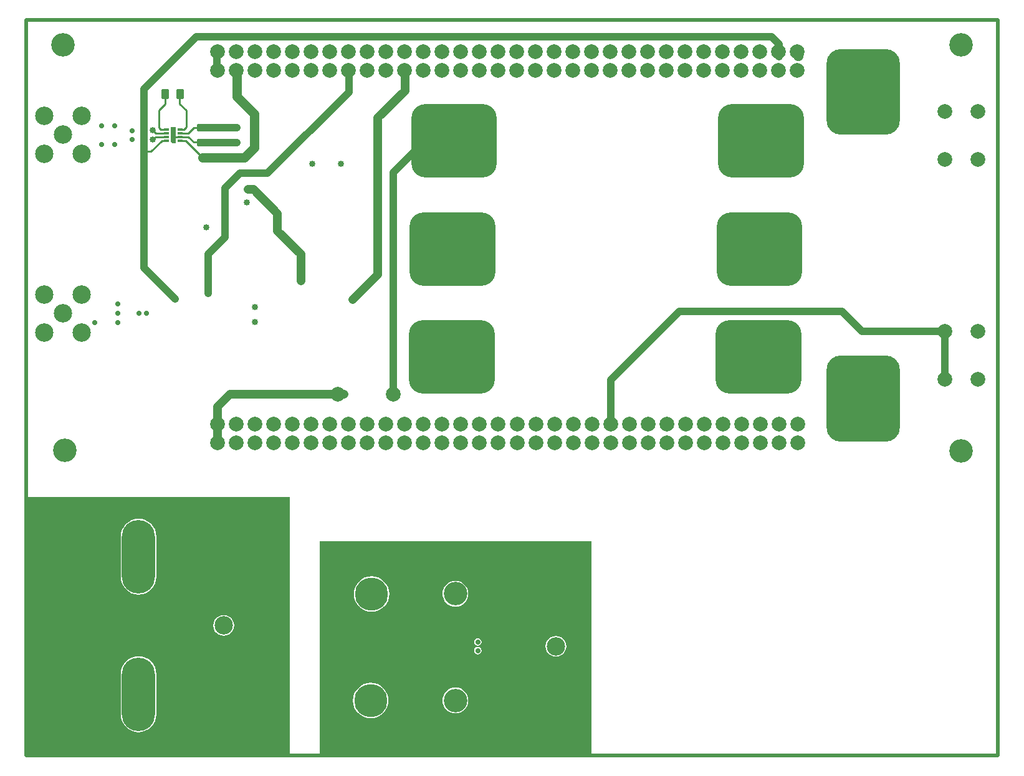
<source format=gbl>
G04*
G04 #@! TF.GenerationSoftware,Altium Limited,Altium Designer,19.0.10 (269)*
G04*
G04 Layer_Physical_Order=4*
G04 Layer_Color=16711680*
%FSLAX44Y44*%
%MOMM*%
G71*
G01*
G75*
%ADD10C,0.2540*%
%ADD14C,0.5080*%
G04:AMPARAMS|DCode=17|XSize=1.1mm|YSize=1.35mm|CornerRadius=0.1375mm|HoleSize=0mm|Usage=FLASHONLY|Rotation=90.000|XOffset=0mm|YOffset=0mm|HoleType=Round|Shape=RoundedRectangle|*
%AMROUNDEDRECTD17*
21,1,1.1000,1.0750,0,0,90.0*
21,1,0.8250,1.3500,0,0,90.0*
1,1,0.2750,0.5375,0.4125*
1,1,0.2750,0.5375,-0.4125*
1,1,0.2750,-0.5375,-0.4125*
1,1,0.2750,-0.5375,0.4125*
%
%ADD17ROUNDEDRECTD17*%
G04:AMPARAMS|DCode=21|XSize=1.1mm|YSize=1.35mm|CornerRadius=0.1375mm|HoleSize=0mm|Usage=FLASHONLY|Rotation=0.000|XOffset=0mm|YOffset=0mm|HoleType=Round|Shape=RoundedRectangle|*
%AMROUNDEDRECTD21*
21,1,1.1000,1.0750,0,0,0.0*
21,1,0.8250,1.3500,0,0,0.0*
1,1,0.2750,0.4125,-0.5375*
1,1,0.2750,-0.4125,-0.5375*
1,1,0.2750,-0.4125,0.5375*
1,1,0.2750,0.4125,0.5375*
%
%ADD21ROUNDEDRECTD21*%
G04:AMPARAMS|DCode=24|XSize=2mm|YSize=0.6mm|CornerRadius=0.225mm|HoleSize=0mm|Usage=FLASHONLY|Rotation=270.000|XOffset=0mm|YOffset=0mm|HoleType=Round|Shape=RoundedRectangle|*
%AMROUNDEDRECTD24*
21,1,2.0000,0.1500,0,0,270.0*
21,1,1.5500,0.6000,0,0,270.0*
1,1,0.4500,-0.0750,-0.7750*
1,1,0.4500,-0.0750,0.7750*
1,1,0.4500,0.0750,0.7750*
1,1,0.4500,0.0750,-0.7750*
%
%ADD24ROUNDEDRECTD24*%
G04:AMPARAMS|DCode=25|XSize=0.75mm|YSize=0.3mm|CornerRadius=0.075mm|HoleSize=0mm|Usage=FLASHONLY|Rotation=180.000|XOffset=0mm|YOffset=0mm|HoleType=Round|Shape=RoundedRectangle|*
%AMROUNDEDRECTD25*
21,1,0.7500,0.1500,0,0,180.0*
21,1,0.6000,0.3000,0,0,180.0*
1,1,0.1500,-0.3000,0.0750*
1,1,0.1500,0.3000,0.0750*
1,1,0.1500,0.3000,-0.0750*
1,1,0.1500,-0.3000,-0.0750*
%
%ADD25ROUNDEDRECTD25*%
%ADD26O,4.5000X10.0000*%
%ADD27C,3.2000*%
%ADD28C,2.5000*%
%ADD29C,2.0000*%
G04:AMPARAMS|DCode=30|XSize=8mm|YSize=10mm|CornerRadius=2mm|HoleSize=0mm|Usage=FLASHONLY|Rotation=180.000|XOffset=0mm|YOffset=0mm|HoleType=Round|Shape=RoundedRectangle|*
%AMROUNDEDRECTD30*
21,1,8.0000,6.0000,0,0,180.0*
21,1,4.0000,10.0000,0,0,180.0*
1,1,4.0000,-2.0000,3.0000*
1,1,4.0000,2.0000,3.0000*
1,1,4.0000,2.0000,-3.0000*
1,1,4.0000,-2.0000,-3.0000*
%
%ADD30ROUNDEDRECTD30*%
G04:AMPARAMS|DCode=31|XSize=8mm|YSize=10mm|CornerRadius=2mm|HoleSize=0mm|Usage=FLASHONLY|Rotation=90.000|XOffset=0mm|YOffset=0mm|HoleType=Round|Shape=RoundedRectangle|*
%AMROUNDEDRECTD31*
21,1,8.0000,6.0000,0,0,90.0*
21,1,4.0000,10.0000,0,0,90.0*
1,1,4.0000,3.0000,2.0000*
1,1,4.0000,3.0000,-2.0000*
1,1,4.0000,-3.0000,-2.0000*
1,1,4.0000,-3.0000,2.0000*
%
%ADD31ROUNDEDRECTD31*%
%ADD32C,4.5000*%
%ADD33C,0.8000*%
%ADD34C,0.7000*%
%ADD35C,0.8500*%
%ADD36C,1.0160*%
%ADD37C,0.7620*%
%ADD38C,1.1430*%
%ADD82C,1.2700*%
G36*
X767406Y-997132D02*
X398814D01*
Y-864366D01*
Y-708440D01*
X767406Y-708440D01*
Y-997132D01*
D02*
G37*
G36*
X358000Y-997451D02*
X2549D01*
Y-648000D01*
X358000D01*
Y-997451D01*
D02*
G37*
G36*
X203001Y-145768D02*
X203000Y-166768D01*
X202500Y-167268D01*
X198500D01*
X196000Y-164768D01*
X196000Y-145768D01*
X196500Y-145268D01*
X202500Y-145268D01*
X203001Y-145768D01*
D02*
G37*
%LPC*%
G36*
X582999Y-762372D02*
X579569Y-762710D01*
X576270Y-763711D01*
X573230Y-765336D01*
X570565Y-767523D01*
X568378Y-770187D01*
X566753Y-773227D01*
X565752Y-776526D01*
X565415Y-779957D01*
X565752Y-783387D01*
X566753Y-786686D01*
X568378Y-789726D01*
X570565Y-792391D01*
X573230Y-794578D01*
X576270Y-796203D01*
X579569Y-797204D01*
X582999Y-797542D01*
X586430Y-797204D01*
X589729Y-796203D01*
X592769Y-794578D01*
X595433Y-792391D01*
X597620Y-789726D01*
X599245Y-786686D01*
X600246Y-783387D01*
X600584Y-779957D01*
X600246Y-776526D01*
X599245Y-773227D01*
X597620Y-770187D01*
X595433Y-767523D01*
X592769Y-765336D01*
X589729Y-763711D01*
X586430Y-762710D01*
X582999Y-762372D01*
D02*
G37*
G36*
X469150Y-756130D02*
X464445Y-756593D01*
X459921Y-757966D01*
X455752Y-760194D01*
X452097Y-763193D01*
X449098Y-766848D01*
X446870Y-771017D01*
X445497Y-775541D01*
X445034Y-780246D01*
X445497Y-784951D01*
X446870Y-789475D01*
X449098Y-793644D01*
X452097Y-797299D01*
X455752Y-800298D01*
X459921Y-802526D01*
X464445Y-803899D01*
X469150Y-804362D01*
X473855Y-803899D01*
X478379Y-802526D01*
X482548Y-800298D01*
X486203Y-797299D01*
X489202Y-793644D01*
X491430Y-789475D01*
X492803Y-784951D01*
X493266Y-780246D01*
X492803Y-775541D01*
X491430Y-771017D01*
X489202Y-766848D01*
X486203Y-763193D01*
X482548Y-760194D01*
X478379Y-757966D01*
X473855Y-756593D01*
X469150Y-756130D01*
D02*
G37*
G36*
X613378Y-840418D02*
X611427Y-840806D01*
X609773Y-841911D01*
X608668Y-843565D01*
X608280Y-845516D01*
X608668Y-847467D01*
X609773Y-849121D01*
X611427Y-850226D01*
X613378Y-850614D01*
X615329Y-850226D01*
X616983Y-849121D01*
X618088Y-847467D01*
X618476Y-845516D01*
X618088Y-843565D01*
X616983Y-841911D01*
X615329Y-840806D01*
X613378Y-840418D01*
D02*
G37*
G36*
Y-852102D02*
X611427Y-852490D01*
X609773Y-853595D01*
X608668Y-855249D01*
X608280Y-857200D01*
X608668Y-859151D01*
X609773Y-860805D01*
X611427Y-861910D01*
X613378Y-862298D01*
X615329Y-861910D01*
X616983Y-860805D01*
X618088Y-859151D01*
X618476Y-857200D01*
X618088Y-855249D01*
X616983Y-853595D01*
X615329Y-852490D01*
X613378Y-852102D01*
D02*
G37*
G36*
X719430Y-837245D02*
X715775Y-837726D01*
X712370Y-839137D01*
X709445Y-841381D01*
X707201Y-844306D01*
X705790Y-847711D01*
X705309Y-851366D01*
X705790Y-855021D01*
X707201Y-858426D01*
X709445Y-861351D01*
X712370Y-863595D01*
X715775Y-865006D01*
X719430Y-865487D01*
X723085Y-865006D01*
X726490Y-863595D01*
X729415Y-861351D01*
X731659Y-858426D01*
X733070Y-855021D01*
X733551Y-851366D01*
X733070Y-847711D01*
X731659Y-844306D01*
X729415Y-841381D01*
X726490Y-839137D01*
X723085Y-837726D01*
X719430Y-837245D01*
D02*
G37*
G36*
X583000Y-907371D02*
X579569Y-907709D01*
X576271Y-908710D01*
X573231Y-910335D01*
X570566Y-912522D01*
X568379Y-915186D01*
X566754Y-918227D01*
X565753Y-921525D01*
X565415Y-924956D01*
X565753Y-928387D01*
X566754Y-931685D01*
X568379Y-934725D01*
X570566Y-937390D01*
X573231Y-939577D01*
X576271Y-941202D01*
X579569Y-942203D01*
X583000Y-942541D01*
X586431Y-942203D01*
X589729Y-941202D01*
X592770Y-939577D01*
X595434Y-937390D01*
X597621Y-934725D01*
X599246Y-931685D01*
X600247Y-928387D01*
X600585Y-924956D01*
X600247Y-921525D01*
X599246Y-918227D01*
X597621Y-915186D01*
X595434Y-912522D01*
X592770Y-910335D01*
X589729Y-908710D01*
X586431Y-907709D01*
X583000Y-907371D01*
D02*
G37*
G36*
X467880Y-900910D02*
X463175Y-901373D01*
X458651Y-902746D01*
X454482Y-904974D01*
X450827Y-907973D01*
X447828Y-911628D01*
X445600Y-915797D01*
X444227Y-920321D01*
X443764Y-925026D01*
X444227Y-929731D01*
X445600Y-934255D01*
X447828Y-938424D01*
X450827Y-942079D01*
X454482Y-945078D01*
X458651Y-947306D01*
X463175Y-948679D01*
X467880Y-949142D01*
X472585Y-948679D01*
X477109Y-947306D01*
X481278Y-945078D01*
X484933Y-942079D01*
X487932Y-938424D01*
X490160Y-934255D01*
X491533Y-929731D01*
X491996Y-925026D01*
X491533Y-920321D01*
X490160Y-915797D01*
X487932Y-911628D01*
X484933Y-907973D01*
X481278Y-904974D01*
X477109Y-902746D01*
X472585Y-901373D01*
X467880Y-900910D01*
D02*
G37*
G36*
X152610Y-677900D02*
X147905Y-678363D01*
X143381Y-679736D01*
X139212Y-681964D01*
X135557Y-684963D01*
X132558Y-688618D01*
X130330Y-692787D01*
X128957Y-697311D01*
X128494Y-702016D01*
Y-757016D01*
X128957Y-761721D01*
X130330Y-766245D01*
X132558Y-770414D01*
X135557Y-774069D01*
X139212Y-777068D01*
X143381Y-779296D01*
X147905Y-780669D01*
X152610Y-781132D01*
X157315Y-780669D01*
X161839Y-779296D01*
X166008Y-777068D01*
X169663Y-774069D01*
X172662Y-770414D01*
X174890Y-766245D01*
X176263Y-761721D01*
X176726Y-757016D01*
Y-702016D01*
X176263Y-697311D01*
X174890Y-692787D01*
X172662Y-688618D01*
X169663Y-684963D01*
X166008Y-681964D01*
X161839Y-679736D01*
X157315Y-678363D01*
X152610Y-677900D01*
D02*
G37*
G36*
X268226Y-808835D02*
X264571Y-809316D01*
X261166Y-810727D01*
X258241Y-812971D01*
X255997Y-815896D01*
X254586Y-819301D01*
X254105Y-822956D01*
X254586Y-826611D01*
X255997Y-830016D01*
X258241Y-832941D01*
X261166Y-835185D01*
X264571Y-836596D01*
X268226Y-837077D01*
X271881Y-836596D01*
X275286Y-835185D01*
X278211Y-832941D01*
X280455Y-830016D01*
X281866Y-826611D01*
X282347Y-822956D01*
X281866Y-819301D01*
X280455Y-815896D01*
X278211Y-812971D01*
X275286Y-810727D01*
X271881Y-809316D01*
X268226Y-808835D01*
D02*
G37*
G36*
X152610Y-864760D02*
X147905Y-865223D01*
X143381Y-866596D01*
X139212Y-868824D01*
X135557Y-871823D01*
X132558Y-875478D01*
X130330Y-879647D01*
X128957Y-884171D01*
X128494Y-888876D01*
Y-943876D01*
X128957Y-948581D01*
X130330Y-953105D01*
X132558Y-957274D01*
X135557Y-960929D01*
X139212Y-963928D01*
X143381Y-966156D01*
X147905Y-967529D01*
X152610Y-967992D01*
X157315Y-967529D01*
X161839Y-966156D01*
X166008Y-963928D01*
X169663Y-960929D01*
X172662Y-957274D01*
X174890Y-953105D01*
X176263Y-948581D01*
X176726Y-943876D01*
Y-888876D01*
X176263Y-884171D01*
X174890Y-879647D01*
X172662Y-875478D01*
X169663Y-871823D01*
X166008Y-868824D01*
X161839Y-866596D01*
X157315Y-865223D01*
X152610Y-864760D01*
D02*
G37*
%LPD*%
D10*
X216598Y-163768D02*
X239650Y-186820D01*
X209000Y-163768D02*
X216598D01*
X227500Y-166000D02*
X238500D01*
X209000Y-158732D02*
X220232D01*
X199499Y-156267D02*
X202000Y-158768D01*
X209000D01*
X160000Y-178500D02*
X169500D01*
X184232Y-163768D01*
X190000D01*
X227500Y-146500D02*
X238500D01*
X220232Y-153768D02*
X227500Y-146500D01*
X209000Y-153768D02*
X220232D01*
Y-158732D02*
X227500Y-166000D01*
X217500Y-145768D02*
Y-122768D01*
X214500Y-148768D02*
X217500Y-145768D01*
X209500Y-148768D02*
X214500D01*
X180000Y-146168D02*
Y-122368D01*
Y-146168D02*
X182600Y-148768D01*
X172000Y-150000D02*
X175768Y-153768D01*
X172000Y-150428D02*
Y-150000D01*
X175768Y-153768D02*
X190000D01*
X175768Y-158732D02*
X190000D01*
X172000Y-162500D02*
X175768Y-158732D01*
X182600Y-148768D02*
X187600D01*
X180000Y-122368D02*
X188500Y-113868D01*
X208500Y-113768D02*
Y-103768D01*
X188500Y-113868D02*
Y-103768D01*
X208500Y-113768D02*
X217500Y-122768D01*
D14*
X0Y-1000000D02*
X1320000D01*
Y0D01*
X0D02*
X1320000D01*
X0Y-1000000D02*
Y0D01*
D17*
X238500Y-166500D02*
D03*
Y-146500D02*
D03*
X267500Y-166500D02*
D03*
Y-146500D02*
D03*
D21*
X208700Y-100920D02*
D03*
X188700D02*
D03*
D24*
X199499Y-156267D02*
D03*
D25*
X209000Y-163768D02*
D03*
Y-158768D02*
D03*
Y-153768D02*
D03*
Y-148768D02*
D03*
X190000D02*
D03*
Y-153768D02*
D03*
Y-158768D02*
D03*
Y-163768D02*
D03*
D26*
X152610Y-729516D02*
D03*
Y-916376D02*
D03*
D27*
X583000Y-924956D02*
D03*
X582999Y-779957D02*
D03*
X1269999Y-34001D02*
D03*
X1270000Y-586001D02*
D03*
X52070Y-584710D02*
D03*
X49999Y-34001D02*
D03*
D28*
X75500Y-373500D02*
D03*
Y-424500D02*
D03*
X24500Y-373500D02*
D03*
Y-424500D02*
D03*
X50000Y-399000D02*
D03*
X75500Y-130500D02*
D03*
Y-181500D02*
D03*
X24500Y-130500D02*
D03*
Y-181500D02*
D03*
X50000Y-156000D02*
D03*
X293726Y-797456D02*
D03*
Y-848456D02*
D03*
X242726Y-797456D02*
D03*
Y-848456D02*
D03*
X268226Y-822956D02*
D03*
X744930Y-825866D02*
D03*
Y-876866D02*
D03*
X693930Y-825866D02*
D03*
Y-876866D02*
D03*
X719430Y-851366D02*
D03*
D29*
X1292500Y-124500D02*
D03*
X1247500D02*
D03*
X1292500Y-189500D02*
D03*
X1247500D02*
D03*
X1292500Y-423500D02*
D03*
X1247500D02*
D03*
X1292500Y-488500D02*
D03*
X1247500D02*
D03*
X498500Y-509000D02*
D03*
X423500D02*
D03*
X539399Y-549300D02*
D03*
X513999D02*
D03*
X564799D02*
D03*
X590199D02*
D03*
X640999D02*
D03*
X615599D02*
D03*
X463199Y-574700D02*
D03*
X488599D02*
D03*
X437799D02*
D03*
X412399D02*
D03*
X336199D02*
D03*
X361599D02*
D03*
X259999D02*
D03*
X285399Y-574700D02*
D03*
X310799Y-574700D02*
D03*
X386999D02*
D03*
X539399D02*
D03*
X513999D02*
D03*
X564799D02*
D03*
X590199D02*
D03*
X640999D02*
D03*
X615599D02*
D03*
X386999Y-549300D02*
D03*
X310799D02*
D03*
X285399Y-549300D02*
D03*
X259999Y-549300D02*
D03*
X361599D02*
D03*
X336199D02*
D03*
X412399D02*
D03*
X437799D02*
D03*
X488599D02*
D03*
X463199D02*
D03*
X539284Y-43300D02*
D03*
X513884D02*
D03*
X564684D02*
D03*
X590084D02*
D03*
X640884D02*
D03*
X615484D02*
D03*
X463084Y-68700D02*
D03*
X488484D02*
D03*
X437684D02*
D03*
X412284D02*
D03*
X336084D02*
D03*
X361484D02*
D03*
X259884D02*
D03*
X285284Y-68700D02*
D03*
X310684Y-68700D02*
D03*
X386884D02*
D03*
X539284D02*
D03*
X513884D02*
D03*
X564684D02*
D03*
X590084D02*
D03*
X640884D02*
D03*
X615484D02*
D03*
X386884Y-43300D02*
D03*
X310684D02*
D03*
X285284Y-43300D02*
D03*
X259884Y-43300D02*
D03*
X361484D02*
D03*
X336084D02*
D03*
X412284D02*
D03*
X437684D02*
D03*
X488484D02*
D03*
X463084D02*
D03*
X945684D02*
D03*
X920284D02*
D03*
X971084D02*
D03*
X996484D02*
D03*
X1047284D02*
D03*
X1021884D02*
D03*
X869484Y-68700D02*
D03*
X894884D02*
D03*
X844084D02*
D03*
X818684D02*
D03*
X742484D02*
D03*
X767884D02*
D03*
X666284D02*
D03*
X691684Y-68700D02*
D03*
X717084Y-68700D02*
D03*
X793284D02*
D03*
X945684D02*
D03*
X920284D02*
D03*
X971084D02*
D03*
X996484D02*
D03*
X1047284D02*
D03*
X1021884D02*
D03*
X793284Y-43300D02*
D03*
X717084D02*
D03*
X691684Y-43300D02*
D03*
X666284Y-43300D02*
D03*
X767884D02*
D03*
X742484D02*
D03*
X818684D02*
D03*
X844084D02*
D03*
X894884D02*
D03*
X869484D02*
D03*
X946149Y-549300D02*
D03*
X920749D02*
D03*
X971549D02*
D03*
X996949D02*
D03*
X1047749D02*
D03*
X1022349D02*
D03*
X869949Y-574700D02*
D03*
X895349D02*
D03*
X844549D02*
D03*
X819149D02*
D03*
X742949D02*
D03*
X768349D02*
D03*
X666749D02*
D03*
X692149Y-574700D02*
D03*
X717549Y-574700D02*
D03*
X793749D02*
D03*
X946149D02*
D03*
X920749D02*
D03*
X971549D02*
D03*
X996949D02*
D03*
X1047749D02*
D03*
X1022349D02*
D03*
X793749Y-549300D02*
D03*
X717549D02*
D03*
X692149Y-549300D02*
D03*
X666749Y-549300D02*
D03*
X768349D02*
D03*
X742949D02*
D03*
X819149D02*
D03*
X844549D02*
D03*
X895349D02*
D03*
X869949D02*
D03*
D30*
X599500Y-164000D02*
D03*
X562500D02*
D03*
X979500D02*
D03*
X1016500D02*
D03*
X1013500Y-458000D02*
D03*
X976500D02*
D03*
X559500D02*
D03*
X596500D02*
D03*
X560500Y-311000D02*
D03*
X597500D02*
D03*
X1014500D02*
D03*
X977500D02*
D03*
D31*
X1137000Y-533000D02*
D03*
Y-496000D02*
D03*
Y-79000D02*
D03*
Y-116000D02*
D03*
D32*
X469150Y-780246D02*
D03*
X467880Y-925026D02*
D03*
D33*
X71000Y-779000D02*
D03*
X608500Y-904000D02*
D03*
X271000Y-979000D02*
D03*
X671000D02*
D03*
X33500Y-704000D02*
D03*
X221000Y-929000D02*
D03*
X308500Y-904000D02*
D03*
X83500Y-954000D02*
D03*
X733500Y-804000D02*
D03*
X96000Y-979000D02*
D03*
X283500Y-704000D02*
D03*
X433500Y-854000D02*
D03*
X521000Y-979000D02*
D03*
X71000Y-729000D02*
D03*
X296000Y-779000D02*
D03*
X333500Y-904000D02*
D03*
X683500Y-754000D02*
D03*
X433500Y-904000D02*
D03*
X333500Y-854000D02*
D03*
X633500Y-804000D02*
D03*
X121000Y-679000D02*
D03*
X258500Y-954000D02*
D03*
X721000Y-979000D02*
D03*
X33500Y-754000D02*
D03*
X408500Y-904000D02*
D03*
X71000Y-929000D02*
D03*
X171000Y-779000D02*
D03*
X346000Y-929000D02*
D03*
X433500Y-804000D02*
D03*
X96000Y-929000D02*
D03*
X446000Y-979000D02*
D03*
X308500Y-704000D02*
D03*
X58500Y-804000D02*
D03*
X608500Y-954000D02*
D03*
X271000Y-779000D02*
D03*
X346000Y-879000D02*
D03*
X308500Y-954000D02*
D03*
X83500Y-854000D02*
D03*
X208500Y-904000D02*
D03*
X633500Y-954000D02*
D03*
X21000Y-779000D02*
D03*
X208500Y-754000D02*
D03*
X646000Y-929000D02*
D03*
X558500Y-954000D02*
D03*
X421000Y-879000D02*
D03*
X758500Y-804000D02*
D03*
Y-754000D02*
D03*
X146000Y-979000D02*
D03*
X171000D02*
D03*
X433500Y-954000D02*
D03*
X421000Y-929000D02*
D03*
X471000Y-979000D02*
D03*
X658500Y-954000D02*
D03*
X708500Y-904000D02*
D03*
X21000Y-979000D02*
D03*
X708500Y-754000D02*
D03*
X96000Y-829000D02*
D03*
X271000Y-879000D02*
D03*
X196000Y-679000D02*
D03*
X233500Y-954000D02*
D03*
X746000Y-929000D02*
D03*
X521000Y-729000D02*
D03*
X196000Y-979000D02*
D03*
X483500Y-954000D02*
D03*
X221000Y-979000D02*
D03*
X408500Y-854000D02*
D03*
X533500Y-904000D02*
D03*
X546000Y-779000D02*
D03*
X83500Y-754000D02*
D03*
X283500Y-904000D02*
D03*
X333500Y-804000D02*
D03*
X233500Y-904000D02*
D03*
X296000Y-829000D02*
D03*
X521000Y-779000D02*
D03*
X733500Y-954000D02*
D03*
X208500Y-804000D02*
D03*
X721000Y-729000D02*
D03*
X758500Y-904000D02*
D03*
X183500Y-954000D02*
D03*
X71000Y-679000D02*
D03*
X221000Y-879000D02*
D03*
X408500Y-954000D02*
D03*
X183500Y-704000D02*
D03*
X208500Y-954000D02*
D03*
X183500Y-904000D02*
D03*
X171000Y-679000D02*
D03*
X321000Y-829000D02*
D03*
X33500Y-854000D02*
D03*
X96000Y-729000D02*
D03*
X183500Y-854000D02*
D03*
X408500Y-754000D02*
D03*
X283500D02*
D03*
X721000Y-929000D02*
D03*
X433500Y-754000D02*
D03*
X108500Y-954000D02*
D03*
X21000Y-879000D02*
D03*
X96000Y-679000D02*
D03*
X296000Y-929000D02*
D03*
X108500Y-754000D02*
D03*
X121000Y-879000D02*
D03*
X221000Y-679000D02*
D03*
X58500Y-854000D02*
D03*
X46000Y-879000D02*
D03*
X208500Y-854000D02*
D03*
X33500Y-904000D02*
D03*
X246000Y-929000D02*
D03*
X46000Y-679000D02*
D03*
X533500Y-754000D02*
D03*
X321000Y-679000D02*
D03*
X621000Y-929000D02*
D03*
X346000Y-679000D02*
D03*
X333500Y-954000D02*
D03*
X96000Y-779000D02*
D03*
X683500Y-904000D02*
D03*
X71000Y-829000D02*
D03*
X346000D02*
D03*
X108500Y-904000D02*
D03*
X658500D02*
D03*
X83500Y-804000D02*
D03*
X733500Y-754000D02*
D03*
X496000Y-979000D02*
D03*
X321000Y-929000D02*
D03*
X308500Y-754000D02*
D03*
X46000Y-729000D02*
D03*
X546000D02*
D03*
X258500Y-904000D02*
D03*
X183500Y-754000D02*
D03*
X458500Y-954000D02*
D03*
X21000Y-829000D02*
D03*
X121000Y-729000D02*
D03*
X346000Y-779000D02*
D03*
X683500Y-954000D02*
D03*
X546000Y-979000D02*
D03*
X71000Y-879000D02*
D03*
X671000Y-929000D02*
D03*
X546000D02*
D03*
X558500Y-904000D02*
D03*
X421000Y-729000D02*
D03*
X33500Y-954000D02*
D03*
X108500Y-804000D02*
D03*
X246000Y-679000D02*
D03*
X283500Y-954000D02*
D03*
X46000Y-979000D02*
D03*
X758500Y-954000D02*
D03*
X83500Y-704000D02*
D03*
X696000Y-979000D02*
D03*
X271000Y-929000D02*
D03*
X408500Y-804000D02*
D03*
X508500Y-904000D02*
D03*
X658500Y-804000D02*
D03*
X58500Y-904000D02*
D03*
X508500Y-954000D02*
D03*
X621000Y-979000D02*
D03*
X746000Y-729000D02*
D03*
X121000Y-979000D02*
D03*
X321000D02*
D03*
X421000Y-829000D02*
D03*
X58500Y-704000D02*
D03*
X646000Y-979000D02*
D03*
X496000Y-729000D02*
D03*
X46000Y-779000D02*
D03*
X21000Y-679000D02*
D03*
X296000Y-979000D02*
D03*
X196000Y-779000D02*
D03*
X508500Y-754000D02*
D03*
X296000Y-679000D02*
D03*
X421000Y-979000D02*
D03*
X296000Y-879000D02*
D03*
X246000D02*
D03*
X708500Y-954000D02*
D03*
X533500D02*
D03*
X333500Y-704000D02*
D03*
X121000Y-929000D02*
D03*
X271000Y-679000D02*
D03*
X46000Y-929000D02*
D03*
X696000D02*
D03*
X33500Y-804000D02*
D03*
X58500Y-754000D02*
D03*
X458500Y-854000D02*
D03*
X46000Y-829000D02*
D03*
X446000D02*
D03*
X21000Y-729000D02*
D03*
X696000D02*
D03*
X108500Y-854000D02*
D03*
X421000Y-779000D02*
D03*
X96000Y-879000D02*
D03*
X633500Y-904000D02*
D03*
X196000Y-929000D02*
D03*
X58500Y-954000D02*
D03*
X521000Y-929000D02*
D03*
X346000Y-979000D02*
D03*
X21000Y-929000D02*
D03*
X83500Y-904000D02*
D03*
X321000Y-779000D02*
D03*
Y-879000D02*
D03*
X333500Y-754000D02*
D03*
X71000Y-979000D02*
D03*
X733500Y-904000D02*
D03*
X746000Y-979000D02*
D03*
X246000D02*
D03*
D34*
X153455Y-398500D02*
D03*
X124380Y-411300D02*
D03*
X93370Y-411210D02*
D03*
X163455Y-398500D02*
D03*
X102500Y-143956D02*
D03*
X119738D02*
D03*
X119770Y-168832D02*
D03*
X102500Y-168848D02*
D03*
X124455Y-398500D02*
D03*
Y-385500D02*
D03*
X144122Y-150560D02*
D03*
Y-162244D02*
D03*
X613378Y-857200D02*
D03*
Y-845516D02*
D03*
X637762Y-838912D02*
D03*
X655000D02*
D03*
Y-863804D02*
D03*
X637730Y-863788D02*
D03*
X115270Y-822956D02*
D03*
X125270D02*
D03*
X154270Y-835956D02*
D03*
Y-822956D02*
D03*
Y-809956D02*
D03*
X186970Y-810256D02*
D03*
D35*
X247060Y-371200D02*
D03*
X443810Y-380000D02*
D03*
X388500Y-195500D02*
D03*
X427500Y-195000D02*
D03*
X299500Y-247500D02*
D03*
X301500Y-230500D02*
D03*
X244499Y-282000D02*
D03*
X373000Y-354500D02*
D03*
X311000Y-410500D02*
D03*
X310800Y-390500D02*
D03*
X285750Y-166500D02*
D03*
X286000Y-146500D02*
D03*
X202000Y-379000D02*
D03*
X172000Y-150000D02*
D03*
Y-162500D02*
D03*
D36*
X1022350Y-50040D02*
Y-33006D01*
X1012344Y-23000D02*
X1022350Y-33006D01*
X231000Y-23000D02*
X1012344Y-23000D01*
X438150Y-97710D02*
Y-75440D01*
X327570Y-208290D02*
X438150Y-97710D01*
X290650Y-208290D02*
X327570D01*
X270110Y-228830D02*
X290650Y-208290D01*
X270110Y-295430D02*
Y-228830D01*
X247060Y-318480D02*
X270110Y-295430D01*
X247060Y-371200D02*
Y-318480D01*
X267500Y-166500D02*
X285750D01*
X267500D02*
X268000Y-167000D01*
X267500Y-146500D02*
X286000D01*
X160000Y-337000D02*
X202000Y-379000D01*
X160000Y-337000D02*
Y-178500D01*
Y-94000D01*
X231000Y-23000D01*
X238501Y-146500D02*
X267500D01*
X238500Y-166500D02*
X267500D01*
X498500Y-207500D02*
X542000Y-164000D01*
X498500Y-509000D02*
Y-207500D01*
X542000Y-164000D02*
X542500D01*
X1247500Y-488500D02*
Y-423500D01*
X793750Y-545340D02*
Y-489250D01*
X887000Y-396000D01*
X1108000D01*
X1135500Y-423500D01*
X1246500D01*
X259350Y-68440D02*
Y-43040D01*
D37*
X154270Y-822956D02*
X218270D01*
X125270D02*
X154270D01*
X122270D02*
X125270D01*
X218270D02*
X243770Y-848456D01*
D38*
X514350Y-96289D02*
Y-75440D01*
X477750Y-132889D02*
X514350Y-96289D01*
X477750Y-346060D02*
Y-132889D01*
X443810Y-380000D02*
X477750Y-346060D01*
X309150Y-230500D02*
X341500Y-262850D01*
X301500Y-230500D02*
X309150D01*
X341500Y-287000D02*
Y-262850D01*
Y-287000D02*
X373000Y-318500D01*
Y-354500D02*
Y-318500D01*
X260000Y-570740D02*
Y-545340D01*
Y-525500D01*
X276500Y-509000D01*
X431500D01*
X1047750Y-50040D02*
X1049348D01*
D82*
X296350Y-186820D02*
X309700Y-173470D01*
X239650Y-186820D02*
X296350D01*
X309700Y-173470D02*
Y-127760D01*
X285750Y-103810D02*
X309700Y-127760D01*
X285750Y-103810D02*
Y-75440D01*
M02*

</source>
